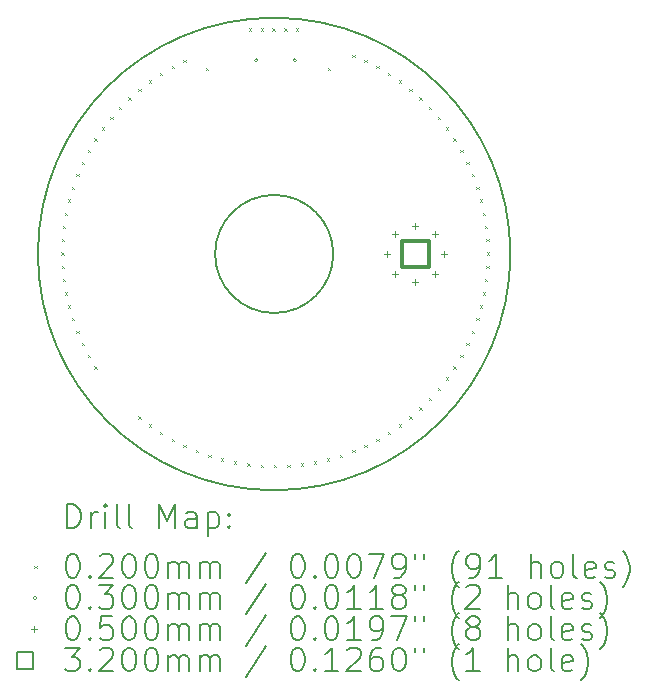
<source format=gbr>
%FSLAX45Y45*%
G04 Gerber Fmt 4.5, Leading zero omitted, Abs format (unit mm)*
G04 Created by KiCad (PCBNEW (6.0.4)) date 2022-07-20 18:17:04*
%MOMM*%
%LPD*%
G01*
G04 APERTURE LIST*
%TA.AperFunction,Profile*%
%ADD10C,0.200000*%
%TD*%
%ADD11C,0.200000*%
%ADD12C,0.020000*%
%ADD13C,0.030000*%
%ADD14C,0.050000*%
%ADD15C,0.320000*%
G04 APERTURE END LIST*
D10*
X19851465Y-7143762D02*
G75*
G03*
X19851465Y-7143762I-500000J0D01*
G01*
X21351465Y-7143762D02*
G75*
G03*
X21351465Y-7143762I-2000000J0D01*
G01*
D11*
D12*
X17549998Y-7130210D02*
X17569998Y-7150210D01*
X17569998Y-7130210D02*
X17549998Y-7150210D01*
X17553550Y-7017187D02*
X17573550Y-7037187D01*
X17573550Y-7017187D02*
X17553550Y-7037187D01*
X17553550Y-7243233D02*
X17573550Y-7263233D01*
X17573550Y-7243233D02*
X17553550Y-7263233D01*
X17564191Y-6904610D02*
X17584191Y-6924610D01*
X17584191Y-6904610D02*
X17564191Y-6924610D01*
X17564191Y-7355809D02*
X17584191Y-7375809D01*
X17584191Y-7355809D02*
X17564191Y-7375809D01*
X17581881Y-6792923D02*
X17601881Y-6812923D01*
X17601881Y-6792923D02*
X17581881Y-6812923D01*
X17581881Y-7467496D02*
X17601881Y-7487496D01*
X17601881Y-7467496D02*
X17581881Y-7487496D01*
X17606548Y-6682568D02*
X17626548Y-6702568D01*
X17626548Y-6682568D02*
X17606548Y-6702568D01*
X17606548Y-7577851D02*
X17626548Y-7597851D01*
X17626548Y-7577851D02*
X17606548Y-7597851D01*
X17638096Y-6573979D02*
X17658096Y-6593979D01*
X17658096Y-6573979D02*
X17638096Y-6593979D01*
X17638096Y-7686440D02*
X17658096Y-7706440D01*
X17658096Y-7686440D02*
X17638096Y-7706440D01*
X17676400Y-6467585D02*
X17696400Y-6487585D01*
X17696400Y-6467585D02*
X17676400Y-6487585D01*
X17676400Y-7792834D02*
X17696400Y-7812834D01*
X17696400Y-7792834D02*
X17676400Y-7812834D01*
X17721309Y-6363807D02*
X17741309Y-6383807D01*
X17741309Y-6363807D02*
X17721309Y-6383807D01*
X17721309Y-7896612D02*
X17741309Y-7916612D01*
X17741309Y-7896612D02*
X17721309Y-7916612D01*
X17772646Y-6263053D02*
X17792646Y-6283053D01*
X17792646Y-6263053D02*
X17772646Y-6283053D01*
X17772646Y-7997366D02*
X17792646Y-8017366D01*
X17792646Y-7997366D02*
X17772646Y-8017366D01*
X17830207Y-6165721D02*
X17850207Y-6185721D01*
X17850207Y-6165721D02*
X17830207Y-6185721D01*
X17830207Y-8094698D02*
X17850207Y-8114698D01*
X17850207Y-8094698D02*
X17830207Y-8114698D01*
X17893767Y-6072196D02*
X17913767Y-6092196D01*
X17913767Y-6072196D02*
X17893767Y-6092196D01*
X17963074Y-5982846D02*
X17983074Y-6002846D01*
X17983074Y-5982846D02*
X17963074Y-6002846D01*
X18037854Y-5898025D02*
X18057854Y-5918025D01*
X18057854Y-5898025D02*
X18037854Y-5918025D01*
X18117813Y-5818066D02*
X18137813Y-5838066D01*
X18137813Y-5818066D02*
X18117813Y-5838066D01*
X18202634Y-5743286D02*
X18222634Y-5763286D01*
X18222634Y-5743286D02*
X18202634Y-5763286D01*
X18202634Y-8517134D02*
X18222634Y-8537134D01*
X18222634Y-8517134D02*
X18202634Y-8537134D01*
X18291984Y-5673979D02*
X18311984Y-5693979D01*
X18311984Y-5673979D02*
X18291984Y-5693979D01*
X18291984Y-8586440D02*
X18311984Y-8606440D01*
X18311984Y-8586440D02*
X18291984Y-8606440D01*
X18385509Y-5610419D02*
X18405509Y-5630419D01*
X18405509Y-5610419D02*
X18385509Y-5630419D01*
X18385509Y-8650000D02*
X18405509Y-8670000D01*
X18405509Y-8650000D02*
X18385509Y-8670000D01*
X18482841Y-5552858D02*
X18502841Y-5572858D01*
X18502841Y-5552858D02*
X18482841Y-5572858D01*
X18482841Y-8707562D02*
X18502841Y-8727562D01*
X18502841Y-8707562D02*
X18482841Y-8727562D01*
X18583595Y-5501521D02*
X18603595Y-5521521D01*
X18603595Y-5501521D02*
X18583595Y-5521521D01*
X18583595Y-8758898D02*
X18603595Y-8778898D01*
X18603595Y-8758898D02*
X18583595Y-8778898D01*
X18687373Y-8803807D02*
X18707373Y-8823807D01*
X18707373Y-8803807D02*
X18687373Y-8823807D01*
X18773975Y-5569262D02*
X18793975Y-5589262D01*
X18793975Y-5569262D02*
X18773975Y-5589262D01*
X18793767Y-8842111D02*
X18813767Y-8862111D01*
X18813767Y-8842111D02*
X18793767Y-8862111D01*
X18902356Y-8873659D02*
X18922356Y-8893659D01*
X18922356Y-8873659D02*
X18902356Y-8893659D01*
X19012711Y-8898327D02*
X19032711Y-8918327D01*
X19032711Y-8898327D02*
X19012711Y-8918327D01*
X19124398Y-8916016D02*
X19144398Y-8936016D01*
X19144398Y-8916016D02*
X19124398Y-8936016D01*
X19136975Y-5233762D02*
X19156975Y-5253762D01*
X19156975Y-5233762D02*
X19136975Y-5253762D01*
X19236975Y-5233762D02*
X19256975Y-5253762D01*
X19256975Y-5233762D02*
X19236975Y-5253762D01*
X19236975Y-8926658D02*
X19256975Y-8946658D01*
X19256975Y-8926658D02*
X19236975Y-8946658D01*
X19336975Y-5233762D02*
X19356975Y-5253762D01*
X19356975Y-5233762D02*
X19336975Y-5253762D01*
X19349998Y-8930210D02*
X19369998Y-8950210D01*
X19369998Y-8930210D02*
X19349998Y-8950210D01*
X19436975Y-5233762D02*
X19456975Y-5253762D01*
X19456975Y-5233762D02*
X19436975Y-5253762D01*
X19463021Y-8926658D02*
X19483021Y-8946658D01*
X19483021Y-8926658D02*
X19463021Y-8946658D01*
X19536975Y-5233762D02*
X19556975Y-5253762D01*
X19556975Y-5233762D02*
X19536975Y-5253762D01*
X19575597Y-8916016D02*
X19595597Y-8936016D01*
X19595597Y-8916016D02*
X19575597Y-8936016D01*
X19687284Y-8898327D02*
X19707284Y-8918327D01*
X19707284Y-8898327D02*
X19687284Y-8918327D01*
X19797639Y-8873659D02*
X19817639Y-8893659D01*
X19817639Y-8873659D02*
X19797639Y-8893659D01*
X19807975Y-5569262D02*
X19827975Y-5589262D01*
X19827975Y-5569262D02*
X19807975Y-5589262D01*
X19906228Y-8842111D02*
X19926228Y-8862111D01*
X19926228Y-8842111D02*
X19906228Y-8862111D01*
X20012622Y-5456612D02*
X20032622Y-5476612D01*
X20032622Y-5456612D02*
X20012622Y-5476612D01*
X20012622Y-8803807D02*
X20032622Y-8823807D01*
X20032622Y-8803807D02*
X20012622Y-8823807D01*
X20116400Y-5501521D02*
X20136400Y-5521521D01*
X20136400Y-5501521D02*
X20116400Y-5521521D01*
X20116400Y-8758898D02*
X20136400Y-8778898D01*
X20136400Y-8758898D02*
X20116400Y-8778898D01*
X20217154Y-5552858D02*
X20237154Y-5572858D01*
X20237154Y-5552858D02*
X20217154Y-5572858D01*
X20217154Y-8707562D02*
X20237154Y-8727562D01*
X20237154Y-8707562D02*
X20217154Y-8727562D01*
X20314486Y-5610419D02*
X20334486Y-5630419D01*
X20334486Y-5610419D02*
X20314486Y-5630419D01*
X20314486Y-8650000D02*
X20334486Y-8670000D01*
X20334486Y-8650000D02*
X20314486Y-8670000D01*
X20408011Y-5673979D02*
X20428011Y-5693979D01*
X20428011Y-5673979D02*
X20408011Y-5693979D01*
X20408011Y-8586440D02*
X20428011Y-8606440D01*
X20428011Y-8586440D02*
X20408011Y-8606440D01*
X20497361Y-5743286D02*
X20517361Y-5763286D01*
X20517361Y-5743286D02*
X20497361Y-5763286D01*
X20497361Y-8517134D02*
X20517361Y-8537134D01*
X20517361Y-8517134D02*
X20497361Y-8537134D01*
X20582182Y-5818066D02*
X20602182Y-5838066D01*
X20602182Y-5818066D02*
X20582182Y-5838066D01*
X20582182Y-8442353D02*
X20602182Y-8462353D01*
X20602182Y-8442353D02*
X20582182Y-8462353D01*
X20662141Y-5898025D02*
X20682141Y-5918025D01*
X20682141Y-5898025D02*
X20662141Y-5918025D01*
X20662141Y-8362394D02*
X20682141Y-8382394D01*
X20682141Y-8362394D02*
X20662141Y-8382394D01*
X20736921Y-5982846D02*
X20756921Y-6002846D01*
X20756921Y-5982846D02*
X20736921Y-6002846D01*
X20736921Y-8277573D02*
X20756921Y-8297573D01*
X20756921Y-8277573D02*
X20736921Y-8297573D01*
X20806228Y-6072196D02*
X20826228Y-6092196D01*
X20826228Y-6072196D02*
X20806228Y-6092196D01*
X20806228Y-8188223D02*
X20826228Y-8208223D01*
X20826228Y-8188223D02*
X20806228Y-8208223D01*
X20869788Y-6165721D02*
X20889788Y-6185721D01*
X20889788Y-6165721D02*
X20869788Y-6185721D01*
X20869788Y-8094698D02*
X20889788Y-8114698D01*
X20889788Y-8094698D02*
X20869788Y-8114698D01*
X20927350Y-6263053D02*
X20947350Y-6283053D01*
X20947350Y-6263053D02*
X20927350Y-6283053D01*
X20927350Y-7997366D02*
X20947350Y-8017366D01*
X20947350Y-7997366D02*
X20927350Y-8017366D01*
X20978686Y-6363807D02*
X20998686Y-6383807D01*
X20998686Y-6363807D02*
X20978686Y-6383807D01*
X20978686Y-7896612D02*
X20998686Y-7916612D01*
X20998686Y-7896612D02*
X20978686Y-7916612D01*
X21023595Y-6467585D02*
X21043595Y-6487585D01*
X21043595Y-6467585D02*
X21023595Y-6487585D01*
X21023595Y-7792834D02*
X21043595Y-7812834D01*
X21043595Y-7792834D02*
X21023595Y-7812834D01*
X21061899Y-6573979D02*
X21081899Y-6593979D01*
X21081899Y-6573979D02*
X21061899Y-6593979D01*
X21061899Y-7686440D02*
X21081899Y-7706440D01*
X21081899Y-7686440D02*
X21061899Y-7706440D01*
X21093447Y-6682568D02*
X21113447Y-6702568D01*
X21113447Y-6682568D02*
X21093447Y-6702568D01*
X21093447Y-7577851D02*
X21113447Y-7597851D01*
X21113447Y-7577851D02*
X21093447Y-7597851D01*
X21118115Y-6792923D02*
X21138115Y-6812923D01*
X21138115Y-6792923D02*
X21118115Y-6812923D01*
X21118115Y-7467496D02*
X21138115Y-7487496D01*
X21138115Y-7467496D02*
X21118115Y-7487496D01*
X21135804Y-6904610D02*
X21155804Y-6924610D01*
X21155804Y-6904610D02*
X21135804Y-6924610D01*
X21135804Y-7355809D02*
X21155804Y-7375809D01*
X21155804Y-7355809D02*
X21135804Y-7375809D01*
X21146446Y-7017187D02*
X21166446Y-7037187D01*
X21166446Y-7017187D02*
X21146446Y-7037187D01*
X21146446Y-7243233D02*
X21166446Y-7263233D01*
X21166446Y-7243233D02*
X21146446Y-7263233D01*
X21149998Y-7130210D02*
X21169998Y-7150210D01*
X21169998Y-7130210D02*
X21149998Y-7150210D01*
D13*
X19216465Y-5503762D02*
G75*
G03*
X19216465Y-5503762I-15000J0D01*
G01*
X19541465Y-5503762D02*
G75*
G03*
X19541465Y-5503762I-15000J0D01*
G01*
D14*
X20306975Y-7118762D02*
X20306975Y-7168762D01*
X20281975Y-7143762D02*
X20331975Y-7143762D01*
X20377269Y-6949056D02*
X20377269Y-6999056D01*
X20352269Y-6974056D02*
X20402269Y-6974056D01*
X20377269Y-7288467D02*
X20377269Y-7338467D01*
X20352269Y-7313467D02*
X20402269Y-7313467D01*
X20546975Y-6878762D02*
X20546975Y-6928762D01*
X20521975Y-6903762D02*
X20571975Y-6903762D01*
X20546975Y-7358762D02*
X20546975Y-7408762D01*
X20521975Y-7383762D02*
X20571975Y-7383762D01*
X20716680Y-6949056D02*
X20716680Y-6999056D01*
X20691680Y-6974056D02*
X20741680Y-6974056D01*
X20716680Y-7288467D02*
X20716680Y-7338467D01*
X20691680Y-7313467D02*
X20741680Y-7313467D01*
X20786975Y-7118762D02*
X20786975Y-7168762D01*
X20761975Y-7143762D02*
X20811975Y-7143762D01*
D15*
X20660113Y-7256900D02*
X20660113Y-7030623D01*
X20433837Y-7030623D01*
X20433837Y-7256900D01*
X20660113Y-7256900D01*
D11*
X17599084Y-9464238D02*
X17599084Y-9264238D01*
X17646703Y-9264238D01*
X17675275Y-9273762D01*
X17694322Y-9292809D01*
X17703846Y-9311857D01*
X17713370Y-9349952D01*
X17713370Y-9378524D01*
X17703846Y-9416619D01*
X17694322Y-9435666D01*
X17675275Y-9454714D01*
X17646703Y-9464238D01*
X17599084Y-9464238D01*
X17799084Y-9464238D02*
X17799084Y-9330904D01*
X17799084Y-9369000D02*
X17808608Y-9349952D01*
X17818132Y-9340428D01*
X17837180Y-9330904D01*
X17856227Y-9330904D01*
X17922894Y-9464238D02*
X17922894Y-9330904D01*
X17922894Y-9264238D02*
X17913370Y-9273762D01*
X17922894Y-9283285D01*
X17932418Y-9273762D01*
X17922894Y-9264238D01*
X17922894Y-9283285D01*
X18046703Y-9464238D02*
X18027656Y-9454714D01*
X18018132Y-9435666D01*
X18018132Y-9264238D01*
X18151465Y-9464238D02*
X18132418Y-9454714D01*
X18122894Y-9435666D01*
X18122894Y-9264238D01*
X18380037Y-9464238D02*
X18380037Y-9264238D01*
X18446703Y-9407095D01*
X18513370Y-9264238D01*
X18513370Y-9464238D01*
X18694322Y-9464238D02*
X18694322Y-9359476D01*
X18684799Y-9340428D01*
X18665751Y-9330904D01*
X18627656Y-9330904D01*
X18608608Y-9340428D01*
X18694322Y-9454714D02*
X18675275Y-9464238D01*
X18627656Y-9464238D01*
X18608608Y-9454714D01*
X18599084Y-9435666D01*
X18599084Y-9416619D01*
X18608608Y-9397571D01*
X18627656Y-9388047D01*
X18675275Y-9388047D01*
X18694322Y-9378524D01*
X18789561Y-9330904D02*
X18789561Y-9530904D01*
X18789561Y-9340428D02*
X18808608Y-9330904D01*
X18846703Y-9330904D01*
X18865751Y-9340428D01*
X18875275Y-9349952D01*
X18884799Y-9369000D01*
X18884799Y-9426143D01*
X18875275Y-9445190D01*
X18865751Y-9454714D01*
X18846703Y-9464238D01*
X18808608Y-9464238D01*
X18789561Y-9454714D01*
X18970513Y-9445190D02*
X18980037Y-9454714D01*
X18970513Y-9464238D01*
X18960989Y-9454714D01*
X18970513Y-9445190D01*
X18970513Y-9464238D01*
X18970513Y-9340428D02*
X18980037Y-9349952D01*
X18970513Y-9359476D01*
X18960989Y-9349952D01*
X18970513Y-9340428D01*
X18970513Y-9359476D01*
D12*
X17321465Y-9783762D02*
X17341465Y-9803762D01*
X17341465Y-9783762D02*
X17321465Y-9803762D01*
D11*
X17637180Y-9684238D02*
X17656227Y-9684238D01*
X17675275Y-9693762D01*
X17684799Y-9703285D01*
X17694322Y-9722333D01*
X17703846Y-9760428D01*
X17703846Y-9808047D01*
X17694322Y-9846143D01*
X17684799Y-9865190D01*
X17675275Y-9874714D01*
X17656227Y-9884238D01*
X17637180Y-9884238D01*
X17618132Y-9874714D01*
X17608608Y-9865190D01*
X17599084Y-9846143D01*
X17589561Y-9808047D01*
X17589561Y-9760428D01*
X17599084Y-9722333D01*
X17608608Y-9703285D01*
X17618132Y-9693762D01*
X17637180Y-9684238D01*
X17789561Y-9865190D02*
X17799084Y-9874714D01*
X17789561Y-9884238D01*
X17780037Y-9874714D01*
X17789561Y-9865190D01*
X17789561Y-9884238D01*
X17875275Y-9703285D02*
X17884799Y-9693762D01*
X17903846Y-9684238D01*
X17951465Y-9684238D01*
X17970513Y-9693762D01*
X17980037Y-9703285D01*
X17989561Y-9722333D01*
X17989561Y-9741381D01*
X17980037Y-9769952D01*
X17865751Y-9884238D01*
X17989561Y-9884238D01*
X18113370Y-9684238D02*
X18132418Y-9684238D01*
X18151465Y-9693762D01*
X18160989Y-9703285D01*
X18170513Y-9722333D01*
X18180037Y-9760428D01*
X18180037Y-9808047D01*
X18170513Y-9846143D01*
X18160989Y-9865190D01*
X18151465Y-9874714D01*
X18132418Y-9884238D01*
X18113370Y-9884238D01*
X18094322Y-9874714D01*
X18084799Y-9865190D01*
X18075275Y-9846143D01*
X18065751Y-9808047D01*
X18065751Y-9760428D01*
X18075275Y-9722333D01*
X18084799Y-9703285D01*
X18094322Y-9693762D01*
X18113370Y-9684238D01*
X18303846Y-9684238D02*
X18322894Y-9684238D01*
X18341941Y-9693762D01*
X18351465Y-9703285D01*
X18360989Y-9722333D01*
X18370513Y-9760428D01*
X18370513Y-9808047D01*
X18360989Y-9846143D01*
X18351465Y-9865190D01*
X18341941Y-9874714D01*
X18322894Y-9884238D01*
X18303846Y-9884238D01*
X18284799Y-9874714D01*
X18275275Y-9865190D01*
X18265751Y-9846143D01*
X18256227Y-9808047D01*
X18256227Y-9760428D01*
X18265751Y-9722333D01*
X18275275Y-9703285D01*
X18284799Y-9693762D01*
X18303846Y-9684238D01*
X18456227Y-9884238D02*
X18456227Y-9750904D01*
X18456227Y-9769952D02*
X18465751Y-9760428D01*
X18484799Y-9750904D01*
X18513370Y-9750904D01*
X18532418Y-9760428D01*
X18541941Y-9779476D01*
X18541941Y-9884238D01*
X18541941Y-9779476D02*
X18551465Y-9760428D01*
X18570513Y-9750904D01*
X18599084Y-9750904D01*
X18618132Y-9760428D01*
X18627656Y-9779476D01*
X18627656Y-9884238D01*
X18722894Y-9884238D02*
X18722894Y-9750904D01*
X18722894Y-9769952D02*
X18732418Y-9760428D01*
X18751465Y-9750904D01*
X18780037Y-9750904D01*
X18799084Y-9760428D01*
X18808608Y-9779476D01*
X18808608Y-9884238D01*
X18808608Y-9779476D02*
X18818132Y-9760428D01*
X18837180Y-9750904D01*
X18865751Y-9750904D01*
X18884799Y-9760428D01*
X18894322Y-9779476D01*
X18894322Y-9884238D01*
X19284799Y-9674714D02*
X19113370Y-9931857D01*
X19541941Y-9684238D02*
X19560989Y-9684238D01*
X19580037Y-9693762D01*
X19589561Y-9703285D01*
X19599084Y-9722333D01*
X19608608Y-9760428D01*
X19608608Y-9808047D01*
X19599084Y-9846143D01*
X19589561Y-9865190D01*
X19580037Y-9874714D01*
X19560989Y-9884238D01*
X19541941Y-9884238D01*
X19522894Y-9874714D01*
X19513370Y-9865190D01*
X19503846Y-9846143D01*
X19494322Y-9808047D01*
X19494322Y-9760428D01*
X19503846Y-9722333D01*
X19513370Y-9703285D01*
X19522894Y-9693762D01*
X19541941Y-9684238D01*
X19694322Y-9865190D02*
X19703846Y-9874714D01*
X19694322Y-9884238D01*
X19684799Y-9874714D01*
X19694322Y-9865190D01*
X19694322Y-9884238D01*
X19827656Y-9684238D02*
X19846703Y-9684238D01*
X19865751Y-9693762D01*
X19875275Y-9703285D01*
X19884799Y-9722333D01*
X19894322Y-9760428D01*
X19894322Y-9808047D01*
X19884799Y-9846143D01*
X19875275Y-9865190D01*
X19865751Y-9874714D01*
X19846703Y-9884238D01*
X19827656Y-9884238D01*
X19808608Y-9874714D01*
X19799084Y-9865190D01*
X19789561Y-9846143D01*
X19780037Y-9808047D01*
X19780037Y-9760428D01*
X19789561Y-9722333D01*
X19799084Y-9703285D01*
X19808608Y-9693762D01*
X19827656Y-9684238D01*
X20018132Y-9684238D02*
X20037180Y-9684238D01*
X20056227Y-9693762D01*
X20065751Y-9703285D01*
X20075275Y-9722333D01*
X20084799Y-9760428D01*
X20084799Y-9808047D01*
X20075275Y-9846143D01*
X20065751Y-9865190D01*
X20056227Y-9874714D01*
X20037180Y-9884238D01*
X20018132Y-9884238D01*
X19999084Y-9874714D01*
X19989561Y-9865190D01*
X19980037Y-9846143D01*
X19970513Y-9808047D01*
X19970513Y-9760428D01*
X19980037Y-9722333D01*
X19989561Y-9703285D01*
X19999084Y-9693762D01*
X20018132Y-9684238D01*
X20151465Y-9684238D02*
X20284799Y-9684238D01*
X20199084Y-9884238D01*
X20370513Y-9884238D02*
X20408608Y-9884238D01*
X20427656Y-9874714D01*
X20437180Y-9865190D01*
X20456227Y-9836619D01*
X20465751Y-9798524D01*
X20465751Y-9722333D01*
X20456227Y-9703285D01*
X20446703Y-9693762D01*
X20427656Y-9684238D01*
X20389561Y-9684238D01*
X20370513Y-9693762D01*
X20360989Y-9703285D01*
X20351465Y-9722333D01*
X20351465Y-9769952D01*
X20360989Y-9789000D01*
X20370513Y-9798524D01*
X20389561Y-9808047D01*
X20427656Y-9808047D01*
X20446703Y-9798524D01*
X20456227Y-9789000D01*
X20465751Y-9769952D01*
X20541941Y-9684238D02*
X20541941Y-9722333D01*
X20618132Y-9684238D02*
X20618132Y-9722333D01*
X20913370Y-9960428D02*
X20903846Y-9950904D01*
X20884799Y-9922333D01*
X20875275Y-9903285D01*
X20865751Y-9874714D01*
X20856227Y-9827095D01*
X20856227Y-9789000D01*
X20865751Y-9741381D01*
X20875275Y-9712809D01*
X20884799Y-9693762D01*
X20903846Y-9665190D01*
X20913370Y-9655666D01*
X20999084Y-9884238D02*
X21037180Y-9884238D01*
X21056227Y-9874714D01*
X21065751Y-9865190D01*
X21084799Y-9836619D01*
X21094322Y-9798524D01*
X21094322Y-9722333D01*
X21084799Y-9703285D01*
X21075275Y-9693762D01*
X21056227Y-9684238D01*
X21018132Y-9684238D01*
X20999084Y-9693762D01*
X20989561Y-9703285D01*
X20980037Y-9722333D01*
X20980037Y-9769952D01*
X20989561Y-9789000D01*
X20999084Y-9798524D01*
X21018132Y-9808047D01*
X21056227Y-9808047D01*
X21075275Y-9798524D01*
X21084799Y-9789000D01*
X21094322Y-9769952D01*
X21284799Y-9884238D02*
X21170513Y-9884238D01*
X21227656Y-9884238D02*
X21227656Y-9684238D01*
X21208608Y-9712809D01*
X21189561Y-9731857D01*
X21170513Y-9741381D01*
X21522894Y-9884238D02*
X21522894Y-9684238D01*
X21608608Y-9884238D02*
X21608608Y-9779476D01*
X21599084Y-9760428D01*
X21580037Y-9750904D01*
X21551465Y-9750904D01*
X21532418Y-9760428D01*
X21522894Y-9769952D01*
X21732418Y-9884238D02*
X21713370Y-9874714D01*
X21703846Y-9865190D01*
X21694322Y-9846143D01*
X21694322Y-9789000D01*
X21703846Y-9769952D01*
X21713370Y-9760428D01*
X21732418Y-9750904D01*
X21760989Y-9750904D01*
X21780037Y-9760428D01*
X21789561Y-9769952D01*
X21799084Y-9789000D01*
X21799084Y-9846143D01*
X21789561Y-9865190D01*
X21780037Y-9874714D01*
X21760989Y-9884238D01*
X21732418Y-9884238D01*
X21913370Y-9884238D02*
X21894322Y-9874714D01*
X21884799Y-9855666D01*
X21884799Y-9684238D01*
X22065751Y-9874714D02*
X22046703Y-9884238D01*
X22008608Y-9884238D01*
X21989561Y-9874714D01*
X21980037Y-9855666D01*
X21980037Y-9779476D01*
X21989561Y-9760428D01*
X22008608Y-9750904D01*
X22046703Y-9750904D01*
X22065751Y-9760428D01*
X22075275Y-9779476D01*
X22075275Y-9798524D01*
X21980037Y-9817571D01*
X22151465Y-9874714D02*
X22170513Y-9884238D01*
X22208608Y-9884238D01*
X22227656Y-9874714D01*
X22237180Y-9855666D01*
X22237180Y-9846143D01*
X22227656Y-9827095D01*
X22208608Y-9817571D01*
X22180037Y-9817571D01*
X22160989Y-9808047D01*
X22151465Y-9789000D01*
X22151465Y-9779476D01*
X22160989Y-9760428D01*
X22180037Y-9750904D01*
X22208608Y-9750904D01*
X22227656Y-9760428D01*
X22303846Y-9960428D02*
X22313370Y-9950904D01*
X22332418Y-9922333D01*
X22341941Y-9903285D01*
X22351465Y-9874714D01*
X22360989Y-9827095D01*
X22360989Y-9789000D01*
X22351465Y-9741381D01*
X22341941Y-9712809D01*
X22332418Y-9693762D01*
X22313370Y-9665190D01*
X22303846Y-9655666D01*
D13*
X17341465Y-10057762D02*
G75*
G03*
X17341465Y-10057762I-15000J0D01*
G01*
D11*
X17637180Y-9948238D02*
X17656227Y-9948238D01*
X17675275Y-9957762D01*
X17684799Y-9967285D01*
X17694322Y-9986333D01*
X17703846Y-10024428D01*
X17703846Y-10072047D01*
X17694322Y-10110143D01*
X17684799Y-10129190D01*
X17675275Y-10138714D01*
X17656227Y-10148238D01*
X17637180Y-10148238D01*
X17618132Y-10138714D01*
X17608608Y-10129190D01*
X17599084Y-10110143D01*
X17589561Y-10072047D01*
X17589561Y-10024428D01*
X17599084Y-9986333D01*
X17608608Y-9967285D01*
X17618132Y-9957762D01*
X17637180Y-9948238D01*
X17789561Y-10129190D02*
X17799084Y-10138714D01*
X17789561Y-10148238D01*
X17780037Y-10138714D01*
X17789561Y-10129190D01*
X17789561Y-10148238D01*
X17865751Y-9948238D02*
X17989561Y-9948238D01*
X17922894Y-10024428D01*
X17951465Y-10024428D01*
X17970513Y-10033952D01*
X17980037Y-10043476D01*
X17989561Y-10062524D01*
X17989561Y-10110143D01*
X17980037Y-10129190D01*
X17970513Y-10138714D01*
X17951465Y-10148238D01*
X17894322Y-10148238D01*
X17875275Y-10138714D01*
X17865751Y-10129190D01*
X18113370Y-9948238D02*
X18132418Y-9948238D01*
X18151465Y-9957762D01*
X18160989Y-9967285D01*
X18170513Y-9986333D01*
X18180037Y-10024428D01*
X18180037Y-10072047D01*
X18170513Y-10110143D01*
X18160989Y-10129190D01*
X18151465Y-10138714D01*
X18132418Y-10148238D01*
X18113370Y-10148238D01*
X18094322Y-10138714D01*
X18084799Y-10129190D01*
X18075275Y-10110143D01*
X18065751Y-10072047D01*
X18065751Y-10024428D01*
X18075275Y-9986333D01*
X18084799Y-9967285D01*
X18094322Y-9957762D01*
X18113370Y-9948238D01*
X18303846Y-9948238D02*
X18322894Y-9948238D01*
X18341941Y-9957762D01*
X18351465Y-9967285D01*
X18360989Y-9986333D01*
X18370513Y-10024428D01*
X18370513Y-10072047D01*
X18360989Y-10110143D01*
X18351465Y-10129190D01*
X18341941Y-10138714D01*
X18322894Y-10148238D01*
X18303846Y-10148238D01*
X18284799Y-10138714D01*
X18275275Y-10129190D01*
X18265751Y-10110143D01*
X18256227Y-10072047D01*
X18256227Y-10024428D01*
X18265751Y-9986333D01*
X18275275Y-9967285D01*
X18284799Y-9957762D01*
X18303846Y-9948238D01*
X18456227Y-10148238D02*
X18456227Y-10014904D01*
X18456227Y-10033952D02*
X18465751Y-10024428D01*
X18484799Y-10014904D01*
X18513370Y-10014904D01*
X18532418Y-10024428D01*
X18541941Y-10043476D01*
X18541941Y-10148238D01*
X18541941Y-10043476D02*
X18551465Y-10024428D01*
X18570513Y-10014904D01*
X18599084Y-10014904D01*
X18618132Y-10024428D01*
X18627656Y-10043476D01*
X18627656Y-10148238D01*
X18722894Y-10148238D02*
X18722894Y-10014904D01*
X18722894Y-10033952D02*
X18732418Y-10024428D01*
X18751465Y-10014904D01*
X18780037Y-10014904D01*
X18799084Y-10024428D01*
X18808608Y-10043476D01*
X18808608Y-10148238D01*
X18808608Y-10043476D02*
X18818132Y-10024428D01*
X18837180Y-10014904D01*
X18865751Y-10014904D01*
X18884799Y-10024428D01*
X18894322Y-10043476D01*
X18894322Y-10148238D01*
X19284799Y-9938714D02*
X19113370Y-10195857D01*
X19541941Y-9948238D02*
X19560989Y-9948238D01*
X19580037Y-9957762D01*
X19589561Y-9967285D01*
X19599084Y-9986333D01*
X19608608Y-10024428D01*
X19608608Y-10072047D01*
X19599084Y-10110143D01*
X19589561Y-10129190D01*
X19580037Y-10138714D01*
X19560989Y-10148238D01*
X19541941Y-10148238D01*
X19522894Y-10138714D01*
X19513370Y-10129190D01*
X19503846Y-10110143D01*
X19494322Y-10072047D01*
X19494322Y-10024428D01*
X19503846Y-9986333D01*
X19513370Y-9967285D01*
X19522894Y-9957762D01*
X19541941Y-9948238D01*
X19694322Y-10129190D02*
X19703846Y-10138714D01*
X19694322Y-10148238D01*
X19684799Y-10138714D01*
X19694322Y-10129190D01*
X19694322Y-10148238D01*
X19827656Y-9948238D02*
X19846703Y-9948238D01*
X19865751Y-9957762D01*
X19875275Y-9967285D01*
X19884799Y-9986333D01*
X19894322Y-10024428D01*
X19894322Y-10072047D01*
X19884799Y-10110143D01*
X19875275Y-10129190D01*
X19865751Y-10138714D01*
X19846703Y-10148238D01*
X19827656Y-10148238D01*
X19808608Y-10138714D01*
X19799084Y-10129190D01*
X19789561Y-10110143D01*
X19780037Y-10072047D01*
X19780037Y-10024428D01*
X19789561Y-9986333D01*
X19799084Y-9967285D01*
X19808608Y-9957762D01*
X19827656Y-9948238D01*
X20084799Y-10148238D02*
X19970513Y-10148238D01*
X20027656Y-10148238D02*
X20027656Y-9948238D01*
X20008608Y-9976809D01*
X19989561Y-9995857D01*
X19970513Y-10005381D01*
X20275275Y-10148238D02*
X20160989Y-10148238D01*
X20218132Y-10148238D02*
X20218132Y-9948238D01*
X20199084Y-9976809D01*
X20180037Y-9995857D01*
X20160989Y-10005381D01*
X20389561Y-10033952D02*
X20370513Y-10024428D01*
X20360989Y-10014904D01*
X20351465Y-9995857D01*
X20351465Y-9986333D01*
X20360989Y-9967285D01*
X20370513Y-9957762D01*
X20389561Y-9948238D01*
X20427656Y-9948238D01*
X20446703Y-9957762D01*
X20456227Y-9967285D01*
X20465751Y-9986333D01*
X20465751Y-9995857D01*
X20456227Y-10014904D01*
X20446703Y-10024428D01*
X20427656Y-10033952D01*
X20389561Y-10033952D01*
X20370513Y-10043476D01*
X20360989Y-10053000D01*
X20351465Y-10072047D01*
X20351465Y-10110143D01*
X20360989Y-10129190D01*
X20370513Y-10138714D01*
X20389561Y-10148238D01*
X20427656Y-10148238D01*
X20446703Y-10138714D01*
X20456227Y-10129190D01*
X20465751Y-10110143D01*
X20465751Y-10072047D01*
X20456227Y-10053000D01*
X20446703Y-10043476D01*
X20427656Y-10033952D01*
X20541941Y-9948238D02*
X20541941Y-9986333D01*
X20618132Y-9948238D02*
X20618132Y-9986333D01*
X20913370Y-10224428D02*
X20903846Y-10214904D01*
X20884799Y-10186333D01*
X20875275Y-10167285D01*
X20865751Y-10138714D01*
X20856227Y-10091095D01*
X20856227Y-10053000D01*
X20865751Y-10005381D01*
X20875275Y-9976809D01*
X20884799Y-9957762D01*
X20903846Y-9929190D01*
X20913370Y-9919666D01*
X20980037Y-9967285D02*
X20989561Y-9957762D01*
X21008608Y-9948238D01*
X21056227Y-9948238D01*
X21075275Y-9957762D01*
X21084799Y-9967285D01*
X21094322Y-9986333D01*
X21094322Y-10005381D01*
X21084799Y-10033952D01*
X20970513Y-10148238D01*
X21094322Y-10148238D01*
X21332418Y-10148238D02*
X21332418Y-9948238D01*
X21418132Y-10148238D02*
X21418132Y-10043476D01*
X21408608Y-10024428D01*
X21389561Y-10014904D01*
X21360989Y-10014904D01*
X21341941Y-10024428D01*
X21332418Y-10033952D01*
X21541941Y-10148238D02*
X21522894Y-10138714D01*
X21513370Y-10129190D01*
X21503846Y-10110143D01*
X21503846Y-10053000D01*
X21513370Y-10033952D01*
X21522894Y-10024428D01*
X21541941Y-10014904D01*
X21570513Y-10014904D01*
X21589561Y-10024428D01*
X21599084Y-10033952D01*
X21608608Y-10053000D01*
X21608608Y-10110143D01*
X21599084Y-10129190D01*
X21589561Y-10138714D01*
X21570513Y-10148238D01*
X21541941Y-10148238D01*
X21722894Y-10148238D02*
X21703846Y-10138714D01*
X21694322Y-10119666D01*
X21694322Y-9948238D01*
X21875275Y-10138714D02*
X21856227Y-10148238D01*
X21818132Y-10148238D01*
X21799084Y-10138714D01*
X21789561Y-10119666D01*
X21789561Y-10043476D01*
X21799084Y-10024428D01*
X21818132Y-10014904D01*
X21856227Y-10014904D01*
X21875275Y-10024428D01*
X21884799Y-10043476D01*
X21884799Y-10062524D01*
X21789561Y-10081571D01*
X21960989Y-10138714D02*
X21980037Y-10148238D01*
X22018132Y-10148238D01*
X22037180Y-10138714D01*
X22046703Y-10119666D01*
X22046703Y-10110143D01*
X22037180Y-10091095D01*
X22018132Y-10081571D01*
X21989561Y-10081571D01*
X21970513Y-10072047D01*
X21960989Y-10053000D01*
X21960989Y-10043476D01*
X21970513Y-10024428D01*
X21989561Y-10014904D01*
X22018132Y-10014904D01*
X22037180Y-10024428D01*
X22113370Y-10224428D02*
X22122894Y-10214904D01*
X22141941Y-10186333D01*
X22151465Y-10167285D01*
X22160989Y-10138714D01*
X22170513Y-10091095D01*
X22170513Y-10053000D01*
X22160989Y-10005381D01*
X22151465Y-9976809D01*
X22141941Y-9957762D01*
X22122894Y-9929190D01*
X22113370Y-9919666D01*
D14*
X17316465Y-10296762D02*
X17316465Y-10346762D01*
X17291465Y-10321762D02*
X17341465Y-10321762D01*
D11*
X17637180Y-10212238D02*
X17656227Y-10212238D01*
X17675275Y-10221762D01*
X17684799Y-10231285D01*
X17694322Y-10250333D01*
X17703846Y-10288428D01*
X17703846Y-10336047D01*
X17694322Y-10374143D01*
X17684799Y-10393190D01*
X17675275Y-10402714D01*
X17656227Y-10412238D01*
X17637180Y-10412238D01*
X17618132Y-10402714D01*
X17608608Y-10393190D01*
X17599084Y-10374143D01*
X17589561Y-10336047D01*
X17589561Y-10288428D01*
X17599084Y-10250333D01*
X17608608Y-10231285D01*
X17618132Y-10221762D01*
X17637180Y-10212238D01*
X17789561Y-10393190D02*
X17799084Y-10402714D01*
X17789561Y-10412238D01*
X17780037Y-10402714D01*
X17789561Y-10393190D01*
X17789561Y-10412238D01*
X17980037Y-10212238D02*
X17884799Y-10212238D01*
X17875275Y-10307476D01*
X17884799Y-10297952D01*
X17903846Y-10288428D01*
X17951465Y-10288428D01*
X17970513Y-10297952D01*
X17980037Y-10307476D01*
X17989561Y-10326524D01*
X17989561Y-10374143D01*
X17980037Y-10393190D01*
X17970513Y-10402714D01*
X17951465Y-10412238D01*
X17903846Y-10412238D01*
X17884799Y-10402714D01*
X17875275Y-10393190D01*
X18113370Y-10212238D02*
X18132418Y-10212238D01*
X18151465Y-10221762D01*
X18160989Y-10231285D01*
X18170513Y-10250333D01*
X18180037Y-10288428D01*
X18180037Y-10336047D01*
X18170513Y-10374143D01*
X18160989Y-10393190D01*
X18151465Y-10402714D01*
X18132418Y-10412238D01*
X18113370Y-10412238D01*
X18094322Y-10402714D01*
X18084799Y-10393190D01*
X18075275Y-10374143D01*
X18065751Y-10336047D01*
X18065751Y-10288428D01*
X18075275Y-10250333D01*
X18084799Y-10231285D01*
X18094322Y-10221762D01*
X18113370Y-10212238D01*
X18303846Y-10212238D02*
X18322894Y-10212238D01*
X18341941Y-10221762D01*
X18351465Y-10231285D01*
X18360989Y-10250333D01*
X18370513Y-10288428D01*
X18370513Y-10336047D01*
X18360989Y-10374143D01*
X18351465Y-10393190D01*
X18341941Y-10402714D01*
X18322894Y-10412238D01*
X18303846Y-10412238D01*
X18284799Y-10402714D01*
X18275275Y-10393190D01*
X18265751Y-10374143D01*
X18256227Y-10336047D01*
X18256227Y-10288428D01*
X18265751Y-10250333D01*
X18275275Y-10231285D01*
X18284799Y-10221762D01*
X18303846Y-10212238D01*
X18456227Y-10412238D02*
X18456227Y-10278904D01*
X18456227Y-10297952D02*
X18465751Y-10288428D01*
X18484799Y-10278904D01*
X18513370Y-10278904D01*
X18532418Y-10288428D01*
X18541941Y-10307476D01*
X18541941Y-10412238D01*
X18541941Y-10307476D02*
X18551465Y-10288428D01*
X18570513Y-10278904D01*
X18599084Y-10278904D01*
X18618132Y-10288428D01*
X18627656Y-10307476D01*
X18627656Y-10412238D01*
X18722894Y-10412238D02*
X18722894Y-10278904D01*
X18722894Y-10297952D02*
X18732418Y-10288428D01*
X18751465Y-10278904D01*
X18780037Y-10278904D01*
X18799084Y-10288428D01*
X18808608Y-10307476D01*
X18808608Y-10412238D01*
X18808608Y-10307476D02*
X18818132Y-10288428D01*
X18837180Y-10278904D01*
X18865751Y-10278904D01*
X18884799Y-10288428D01*
X18894322Y-10307476D01*
X18894322Y-10412238D01*
X19284799Y-10202714D02*
X19113370Y-10459857D01*
X19541941Y-10212238D02*
X19560989Y-10212238D01*
X19580037Y-10221762D01*
X19589561Y-10231285D01*
X19599084Y-10250333D01*
X19608608Y-10288428D01*
X19608608Y-10336047D01*
X19599084Y-10374143D01*
X19589561Y-10393190D01*
X19580037Y-10402714D01*
X19560989Y-10412238D01*
X19541941Y-10412238D01*
X19522894Y-10402714D01*
X19513370Y-10393190D01*
X19503846Y-10374143D01*
X19494322Y-10336047D01*
X19494322Y-10288428D01*
X19503846Y-10250333D01*
X19513370Y-10231285D01*
X19522894Y-10221762D01*
X19541941Y-10212238D01*
X19694322Y-10393190D02*
X19703846Y-10402714D01*
X19694322Y-10412238D01*
X19684799Y-10402714D01*
X19694322Y-10393190D01*
X19694322Y-10412238D01*
X19827656Y-10212238D02*
X19846703Y-10212238D01*
X19865751Y-10221762D01*
X19875275Y-10231285D01*
X19884799Y-10250333D01*
X19894322Y-10288428D01*
X19894322Y-10336047D01*
X19884799Y-10374143D01*
X19875275Y-10393190D01*
X19865751Y-10402714D01*
X19846703Y-10412238D01*
X19827656Y-10412238D01*
X19808608Y-10402714D01*
X19799084Y-10393190D01*
X19789561Y-10374143D01*
X19780037Y-10336047D01*
X19780037Y-10288428D01*
X19789561Y-10250333D01*
X19799084Y-10231285D01*
X19808608Y-10221762D01*
X19827656Y-10212238D01*
X20084799Y-10412238D02*
X19970513Y-10412238D01*
X20027656Y-10412238D02*
X20027656Y-10212238D01*
X20008608Y-10240809D01*
X19989561Y-10259857D01*
X19970513Y-10269381D01*
X20180037Y-10412238D02*
X20218132Y-10412238D01*
X20237180Y-10402714D01*
X20246703Y-10393190D01*
X20265751Y-10364619D01*
X20275275Y-10326524D01*
X20275275Y-10250333D01*
X20265751Y-10231285D01*
X20256227Y-10221762D01*
X20237180Y-10212238D01*
X20199084Y-10212238D01*
X20180037Y-10221762D01*
X20170513Y-10231285D01*
X20160989Y-10250333D01*
X20160989Y-10297952D01*
X20170513Y-10317000D01*
X20180037Y-10326524D01*
X20199084Y-10336047D01*
X20237180Y-10336047D01*
X20256227Y-10326524D01*
X20265751Y-10317000D01*
X20275275Y-10297952D01*
X20341941Y-10212238D02*
X20475275Y-10212238D01*
X20389561Y-10412238D01*
X20541941Y-10212238D02*
X20541941Y-10250333D01*
X20618132Y-10212238D02*
X20618132Y-10250333D01*
X20913370Y-10488428D02*
X20903846Y-10478904D01*
X20884799Y-10450333D01*
X20875275Y-10431285D01*
X20865751Y-10402714D01*
X20856227Y-10355095D01*
X20856227Y-10317000D01*
X20865751Y-10269381D01*
X20875275Y-10240809D01*
X20884799Y-10221762D01*
X20903846Y-10193190D01*
X20913370Y-10183666D01*
X21018132Y-10297952D02*
X20999084Y-10288428D01*
X20989561Y-10278904D01*
X20980037Y-10259857D01*
X20980037Y-10250333D01*
X20989561Y-10231285D01*
X20999084Y-10221762D01*
X21018132Y-10212238D01*
X21056227Y-10212238D01*
X21075275Y-10221762D01*
X21084799Y-10231285D01*
X21094322Y-10250333D01*
X21094322Y-10259857D01*
X21084799Y-10278904D01*
X21075275Y-10288428D01*
X21056227Y-10297952D01*
X21018132Y-10297952D01*
X20999084Y-10307476D01*
X20989561Y-10317000D01*
X20980037Y-10336047D01*
X20980037Y-10374143D01*
X20989561Y-10393190D01*
X20999084Y-10402714D01*
X21018132Y-10412238D01*
X21056227Y-10412238D01*
X21075275Y-10402714D01*
X21084799Y-10393190D01*
X21094322Y-10374143D01*
X21094322Y-10336047D01*
X21084799Y-10317000D01*
X21075275Y-10307476D01*
X21056227Y-10297952D01*
X21332418Y-10412238D02*
X21332418Y-10212238D01*
X21418132Y-10412238D02*
X21418132Y-10307476D01*
X21408608Y-10288428D01*
X21389561Y-10278904D01*
X21360989Y-10278904D01*
X21341941Y-10288428D01*
X21332418Y-10297952D01*
X21541941Y-10412238D02*
X21522894Y-10402714D01*
X21513370Y-10393190D01*
X21503846Y-10374143D01*
X21503846Y-10317000D01*
X21513370Y-10297952D01*
X21522894Y-10288428D01*
X21541941Y-10278904D01*
X21570513Y-10278904D01*
X21589561Y-10288428D01*
X21599084Y-10297952D01*
X21608608Y-10317000D01*
X21608608Y-10374143D01*
X21599084Y-10393190D01*
X21589561Y-10402714D01*
X21570513Y-10412238D01*
X21541941Y-10412238D01*
X21722894Y-10412238D02*
X21703846Y-10402714D01*
X21694322Y-10383666D01*
X21694322Y-10212238D01*
X21875275Y-10402714D02*
X21856227Y-10412238D01*
X21818132Y-10412238D01*
X21799084Y-10402714D01*
X21789561Y-10383666D01*
X21789561Y-10307476D01*
X21799084Y-10288428D01*
X21818132Y-10278904D01*
X21856227Y-10278904D01*
X21875275Y-10288428D01*
X21884799Y-10307476D01*
X21884799Y-10326524D01*
X21789561Y-10345571D01*
X21960989Y-10402714D02*
X21980037Y-10412238D01*
X22018132Y-10412238D01*
X22037180Y-10402714D01*
X22046703Y-10383666D01*
X22046703Y-10374143D01*
X22037180Y-10355095D01*
X22018132Y-10345571D01*
X21989561Y-10345571D01*
X21970513Y-10336047D01*
X21960989Y-10317000D01*
X21960989Y-10307476D01*
X21970513Y-10288428D01*
X21989561Y-10278904D01*
X22018132Y-10278904D01*
X22037180Y-10288428D01*
X22113370Y-10488428D02*
X22122894Y-10478904D01*
X22141941Y-10450333D01*
X22151465Y-10431285D01*
X22160989Y-10402714D01*
X22170513Y-10355095D01*
X22170513Y-10317000D01*
X22160989Y-10269381D01*
X22151465Y-10240809D01*
X22141941Y-10221762D01*
X22122894Y-10193190D01*
X22113370Y-10183666D01*
X17312177Y-10656473D02*
X17312177Y-10515050D01*
X17170754Y-10515050D01*
X17170754Y-10656473D01*
X17312177Y-10656473D01*
X17580037Y-10476238D02*
X17703846Y-10476238D01*
X17637180Y-10552428D01*
X17665751Y-10552428D01*
X17684799Y-10561952D01*
X17694322Y-10571476D01*
X17703846Y-10590524D01*
X17703846Y-10638143D01*
X17694322Y-10657190D01*
X17684799Y-10666714D01*
X17665751Y-10676238D01*
X17608608Y-10676238D01*
X17589561Y-10666714D01*
X17580037Y-10657190D01*
X17789561Y-10657190D02*
X17799084Y-10666714D01*
X17789561Y-10676238D01*
X17780037Y-10666714D01*
X17789561Y-10657190D01*
X17789561Y-10676238D01*
X17875275Y-10495285D02*
X17884799Y-10485762D01*
X17903846Y-10476238D01*
X17951465Y-10476238D01*
X17970513Y-10485762D01*
X17980037Y-10495285D01*
X17989561Y-10514333D01*
X17989561Y-10533381D01*
X17980037Y-10561952D01*
X17865751Y-10676238D01*
X17989561Y-10676238D01*
X18113370Y-10476238D02*
X18132418Y-10476238D01*
X18151465Y-10485762D01*
X18160989Y-10495285D01*
X18170513Y-10514333D01*
X18180037Y-10552428D01*
X18180037Y-10600047D01*
X18170513Y-10638143D01*
X18160989Y-10657190D01*
X18151465Y-10666714D01*
X18132418Y-10676238D01*
X18113370Y-10676238D01*
X18094322Y-10666714D01*
X18084799Y-10657190D01*
X18075275Y-10638143D01*
X18065751Y-10600047D01*
X18065751Y-10552428D01*
X18075275Y-10514333D01*
X18084799Y-10495285D01*
X18094322Y-10485762D01*
X18113370Y-10476238D01*
X18303846Y-10476238D02*
X18322894Y-10476238D01*
X18341941Y-10485762D01*
X18351465Y-10495285D01*
X18360989Y-10514333D01*
X18370513Y-10552428D01*
X18370513Y-10600047D01*
X18360989Y-10638143D01*
X18351465Y-10657190D01*
X18341941Y-10666714D01*
X18322894Y-10676238D01*
X18303846Y-10676238D01*
X18284799Y-10666714D01*
X18275275Y-10657190D01*
X18265751Y-10638143D01*
X18256227Y-10600047D01*
X18256227Y-10552428D01*
X18265751Y-10514333D01*
X18275275Y-10495285D01*
X18284799Y-10485762D01*
X18303846Y-10476238D01*
X18456227Y-10676238D02*
X18456227Y-10542904D01*
X18456227Y-10561952D02*
X18465751Y-10552428D01*
X18484799Y-10542904D01*
X18513370Y-10542904D01*
X18532418Y-10552428D01*
X18541941Y-10571476D01*
X18541941Y-10676238D01*
X18541941Y-10571476D02*
X18551465Y-10552428D01*
X18570513Y-10542904D01*
X18599084Y-10542904D01*
X18618132Y-10552428D01*
X18627656Y-10571476D01*
X18627656Y-10676238D01*
X18722894Y-10676238D02*
X18722894Y-10542904D01*
X18722894Y-10561952D02*
X18732418Y-10552428D01*
X18751465Y-10542904D01*
X18780037Y-10542904D01*
X18799084Y-10552428D01*
X18808608Y-10571476D01*
X18808608Y-10676238D01*
X18808608Y-10571476D02*
X18818132Y-10552428D01*
X18837180Y-10542904D01*
X18865751Y-10542904D01*
X18884799Y-10552428D01*
X18894322Y-10571476D01*
X18894322Y-10676238D01*
X19284799Y-10466714D02*
X19113370Y-10723857D01*
X19541941Y-10476238D02*
X19560989Y-10476238D01*
X19580037Y-10485762D01*
X19589561Y-10495285D01*
X19599084Y-10514333D01*
X19608608Y-10552428D01*
X19608608Y-10600047D01*
X19599084Y-10638143D01*
X19589561Y-10657190D01*
X19580037Y-10666714D01*
X19560989Y-10676238D01*
X19541941Y-10676238D01*
X19522894Y-10666714D01*
X19513370Y-10657190D01*
X19503846Y-10638143D01*
X19494322Y-10600047D01*
X19494322Y-10552428D01*
X19503846Y-10514333D01*
X19513370Y-10495285D01*
X19522894Y-10485762D01*
X19541941Y-10476238D01*
X19694322Y-10657190D02*
X19703846Y-10666714D01*
X19694322Y-10676238D01*
X19684799Y-10666714D01*
X19694322Y-10657190D01*
X19694322Y-10676238D01*
X19894322Y-10676238D02*
X19780037Y-10676238D01*
X19837180Y-10676238D02*
X19837180Y-10476238D01*
X19818132Y-10504809D01*
X19799084Y-10523857D01*
X19780037Y-10533381D01*
X19970513Y-10495285D02*
X19980037Y-10485762D01*
X19999084Y-10476238D01*
X20046703Y-10476238D01*
X20065751Y-10485762D01*
X20075275Y-10495285D01*
X20084799Y-10514333D01*
X20084799Y-10533381D01*
X20075275Y-10561952D01*
X19960989Y-10676238D01*
X20084799Y-10676238D01*
X20256227Y-10476238D02*
X20218132Y-10476238D01*
X20199084Y-10485762D01*
X20189561Y-10495285D01*
X20170513Y-10523857D01*
X20160989Y-10561952D01*
X20160989Y-10638143D01*
X20170513Y-10657190D01*
X20180037Y-10666714D01*
X20199084Y-10676238D01*
X20237180Y-10676238D01*
X20256227Y-10666714D01*
X20265751Y-10657190D01*
X20275275Y-10638143D01*
X20275275Y-10590524D01*
X20265751Y-10571476D01*
X20256227Y-10561952D01*
X20237180Y-10552428D01*
X20199084Y-10552428D01*
X20180037Y-10561952D01*
X20170513Y-10571476D01*
X20160989Y-10590524D01*
X20399084Y-10476238D02*
X20418132Y-10476238D01*
X20437180Y-10485762D01*
X20446703Y-10495285D01*
X20456227Y-10514333D01*
X20465751Y-10552428D01*
X20465751Y-10600047D01*
X20456227Y-10638143D01*
X20446703Y-10657190D01*
X20437180Y-10666714D01*
X20418132Y-10676238D01*
X20399084Y-10676238D01*
X20380037Y-10666714D01*
X20370513Y-10657190D01*
X20360989Y-10638143D01*
X20351465Y-10600047D01*
X20351465Y-10552428D01*
X20360989Y-10514333D01*
X20370513Y-10495285D01*
X20380037Y-10485762D01*
X20399084Y-10476238D01*
X20541941Y-10476238D02*
X20541941Y-10514333D01*
X20618132Y-10476238D02*
X20618132Y-10514333D01*
X20913370Y-10752428D02*
X20903846Y-10742904D01*
X20884799Y-10714333D01*
X20875275Y-10695285D01*
X20865751Y-10666714D01*
X20856227Y-10619095D01*
X20856227Y-10581000D01*
X20865751Y-10533381D01*
X20875275Y-10504809D01*
X20884799Y-10485762D01*
X20903846Y-10457190D01*
X20913370Y-10447666D01*
X21094322Y-10676238D02*
X20980037Y-10676238D01*
X21037180Y-10676238D02*
X21037180Y-10476238D01*
X21018132Y-10504809D01*
X20999084Y-10523857D01*
X20980037Y-10533381D01*
X21332418Y-10676238D02*
X21332418Y-10476238D01*
X21418132Y-10676238D02*
X21418132Y-10571476D01*
X21408608Y-10552428D01*
X21389561Y-10542904D01*
X21360989Y-10542904D01*
X21341941Y-10552428D01*
X21332418Y-10561952D01*
X21541941Y-10676238D02*
X21522894Y-10666714D01*
X21513370Y-10657190D01*
X21503846Y-10638143D01*
X21503846Y-10581000D01*
X21513370Y-10561952D01*
X21522894Y-10552428D01*
X21541941Y-10542904D01*
X21570513Y-10542904D01*
X21589561Y-10552428D01*
X21599084Y-10561952D01*
X21608608Y-10581000D01*
X21608608Y-10638143D01*
X21599084Y-10657190D01*
X21589561Y-10666714D01*
X21570513Y-10676238D01*
X21541941Y-10676238D01*
X21722894Y-10676238D02*
X21703846Y-10666714D01*
X21694322Y-10647666D01*
X21694322Y-10476238D01*
X21875275Y-10666714D02*
X21856227Y-10676238D01*
X21818132Y-10676238D01*
X21799084Y-10666714D01*
X21789561Y-10647666D01*
X21789561Y-10571476D01*
X21799084Y-10552428D01*
X21818132Y-10542904D01*
X21856227Y-10542904D01*
X21875275Y-10552428D01*
X21884799Y-10571476D01*
X21884799Y-10590524D01*
X21789561Y-10609571D01*
X21951465Y-10752428D02*
X21960989Y-10742904D01*
X21980037Y-10714333D01*
X21989561Y-10695285D01*
X21999084Y-10666714D01*
X22008608Y-10619095D01*
X22008608Y-10581000D01*
X21999084Y-10533381D01*
X21989561Y-10504809D01*
X21980037Y-10485762D01*
X21960989Y-10457190D01*
X21951465Y-10447666D01*
M02*

</source>
